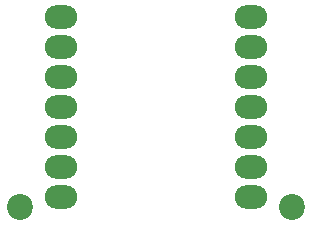
<source format=gbs>
G04 #@! TF.GenerationSoftware,KiCad,Pcbnew,(6.0.9)*
G04 #@! TF.CreationDate,2023-04-01T11:22:45+09:00*
G04 #@! TF.ProjectId,MainBoard,4d61696e-426f-4617-9264-2e6b69636164,rev?*
G04 #@! TF.SameCoordinates,Original*
G04 #@! TF.FileFunction,Soldermask,Bot*
G04 #@! TF.FilePolarity,Negative*
%FSLAX46Y46*%
G04 Gerber Fmt 4.6, Leading zero omitted, Abs format (unit mm)*
G04 Created by KiCad (PCBNEW (6.0.9)) date 2023-04-01 11:22:45*
%MOMM*%
%LPD*%
G01*
G04 APERTURE LIST*
%ADD10C,2.200000*%
%ADD11O,2.748280X1.998980*%
G04 APERTURE END LIST*
D10*
X158540600Y-115220490D03*
X135540600Y-115220490D03*
D11*
X155101290Y-99172490D03*
X155101290Y-101712490D03*
X155101290Y-104252490D03*
X155101290Y-106792490D03*
X155101290Y-109332490D03*
X155101290Y-111872490D03*
X155101290Y-114412490D03*
X138936730Y-114412490D03*
X138936730Y-111872490D03*
X138936730Y-109332490D03*
X138936730Y-106792490D03*
X138936730Y-104252490D03*
X138936730Y-101712490D03*
X138936730Y-99172490D03*
M02*

</source>
